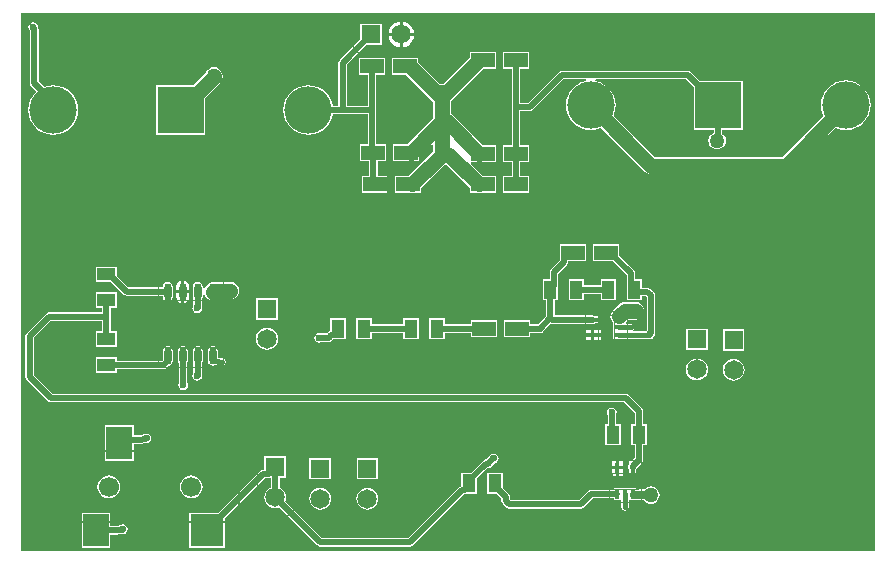
<source format=gtl>
G04*
G04 #@! TF.GenerationSoftware,Altium Limited,Altium Designer,19.1.8 (144)*
G04*
G04 Layer_Physical_Order=1*
G04 Layer_Color=255*
%FSLAX42Y42*%
%MOMM*%
G71*
G01*
G75*
%ADD12C,0.20*%
%ADD13C,0.13*%
%ADD15C,0.10*%
%ADD16C,0.05*%
%ADD34R,2.00X1.25*%
%ADD35R,1.10X1.60*%
%ADD36R,1.60X1.10*%
%ADD37O,0.60X1.45*%
%ADD38R,0.85X0.40*%
%ADD39R,3.96X3.96*%
%ADD40R,0.40X0.85*%
%ADD41R,2.80X2.80*%
%ADD42R,2.20X2.80*%
%ADD43C,0.50*%
%ADD44C,1.27*%
%ADD45C,0.40*%
%ADD46C,0.70*%
%ADD47C,1.65*%
%ADD48R,1.65X1.65*%
%ADD49R,1.65X1.65*%
%ADD50C,4.00*%
%ADD51C,1.70*%
%ADD52C,0.40*%
%ADD53C,1.27*%
%ADD54C,0.60*%
G36*
X7260Y30D02*
X30D01*
Y4580D01*
X7260D01*
Y30D01*
D02*
G37*
%LPC*%
G36*
X3260Y4507D02*
Y4413D01*
X3354D01*
X3352Y4428D01*
X3341Y4454D01*
X3324Y4477D01*
X3301Y4494D01*
X3275Y4505D01*
X3260Y4507D01*
D02*
G37*
G36*
X3234D02*
X3219Y4505D01*
X3193Y4494D01*
X3170Y4477D01*
X3153Y4454D01*
X3142Y4428D01*
X3140Y4413D01*
X3234D01*
Y4507D01*
D02*
G37*
G36*
X3354Y4387D02*
X3260D01*
Y4293D01*
X3275Y4295D01*
X3301Y4306D01*
X3324Y4323D01*
X3341Y4346D01*
X3352Y4372D01*
X3354Y4387D01*
D02*
G37*
G36*
X3234D02*
X3140D01*
X3142Y4372D01*
X3153Y4346D01*
X3170Y4323D01*
X3193Y4306D01*
X3219Y4295D01*
X3234Y4293D01*
Y4387D01*
D02*
G37*
G36*
X3903Y4254D02*
X3890Y4253D01*
X3830D01*
Y4212D01*
X3601Y3983D01*
X3590Y3984D01*
X3571Y3982D01*
X3571Y3981D01*
X3390Y4162D01*
Y4202D01*
X3330D01*
X3317Y4204D01*
X3305Y4202D01*
X3170D01*
Y4057D01*
X3285D01*
X3511Y3831D01*
X3516Y3828D01*
Y3694D01*
X3295Y3473D01*
X3180D01*
Y3328D01*
X3315D01*
X3327Y3326D01*
X3340Y3328D01*
X3400D01*
Y3368D01*
X3504Y3472D01*
X3516Y3467D01*
Y3414D01*
X3305Y3203D01*
X3190D01*
Y3058D01*
X3325D01*
X3337Y3056D01*
X3350Y3058D01*
X3410D01*
Y3098D01*
X3614Y3302D01*
X3626Y3302D01*
X3830Y3098D01*
Y3058D01*
X3890D01*
X3903Y3056D01*
X3915Y3058D01*
X4050D01*
Y3203D01*
X3935D01*
X3833Y3305D01*
X3838Y3317D01*
X3840Y3317D01*
X3890D01*
X3903Y3316D01*
X3915Y3317D01*
X4050D01*
Y3462D01*
X3935D01*
X3682Y3715D01*
X3667Y3727D01*
X3664Y3728D01*
Y3836D01*
X3935Y4108D01*
X4050D01*
Y4253D01*
X3915D01*
X3903Y4254D01*
D02*
G37*
G36*
X3086Y4492D02*
X2901D01*
Y4358D01*
X2725Y4182D01*
X2717Y4171D01*
X2714Y4157D01*
Y3796D01*
X2667D01*
X2667Y3801D01*
X2655Y3841D01*
X2635Y3877D01*
X2609Y3909D01*
X2577Y3935D01*
X2541Y3955D01*
X2501Y3967D01*
X2460Y3971D01*
X2419Y3967D01*
X2379Y3955D01*
X2343Y3935D01*
X2311Y3909D01*
X2285Y3877D01*
X2265Y3841D01*
X2253Y3801D01*
X2249Y3760D01*
X2253Y3719D01*
X2265Y3679D01*
X2285Y3643D01*
X2311Y3611D01*
X2343Y3585D01*
X2379Y3565D01*
X2419Y3553D01*
X2460Y3549D01*
X2501Y3553D01*
X2541Y3565D01*
X2577Y3585D01*
X2609Y3611D01*
X2635Y3643D01*
X2655Y3679D01*
X2667Y3719D01*
X2667Y3724D01*
X2965D01*
Y3473D01*
X2900D01*
Y3328D01*
X2975D01*
Y3203D01*
X2910D01*
Y3058D01*
X3130D01*
Y3203D01*
X3046D01*
Y3328D01*
X3120D01*
Y3473D01*
X3036D01*
Y3750D01*
Y4057D01*
X3110D01*
Y4202D01*
X2890D01*
Y4057D01*
X2965D01*
Y3796D01*
X2786D01*
Y4142D01*
X2951Y4307D01*
X3086D01*
Y4492D01*
D02*
G37*
G36*
X1660Y4124D02*
X1641Y4122D01*
X1623Y4114D01*
X1608Y4102D01*
X1596Y4087D01*
X1591Y4076D01*
X1483Y3968D01*
X1172D01*
Y3552D01*
X1588D01*
Y3863D01*
X1712Y3988D01*
X1724Y4003D01*
X1732Y4021D01*
X1734Y4040D01*
Y4050D01*
X1732Y4069D01*
X1724Y4087D01*
X1712Y4102D01*
X1697Y4114D01*
X1679Y4122D01*
X1660Y4124D01*
D02*
G37*
G36*
X130Y4501D02*
X114Y4498D01*
X101Y4489D01*
X92Y4476D01*
X89Y4460D01*
X92Y4444D01*
X101Y4431D01*
X104Y4429D01*
Y3989D01*
X107Y3975D01*
X115Y3964D01*
X154Y3924D01*
X154Y3912D01*
X151Y3909D01*
X125Y3877D01*
X105Y3841D01*
X93Y3801D01*
X89Y3760D01*
X93Y3719D01*
X105Y3679D01*
X125Y3643D01*
X151Y3611D01*
X183Y3585D01*
X219Y3565D01*
X259Y3553D01*
X300Y3549D01*
X341Y3553D01*
X381Y3565D01*
X417Y3585D01*
X449Y3611D01*
X475Y3643D01*
X495Y3679D01*
X507Y3719D01*
X511Y3760D01*
X507Y3801D01*
X495Y3841D01*
X475Y3877D01*
X449Y3909D01*
X417Y3935D01*
X381Y3955D01*
X341Y3967D01*
X300Y3971D01*
X259Y3967D01*
X223Y3956D01*
X176Y4004D01*
Y4450D01*
X176Y4450D01*
X176Y4450D01*
X174Y4457D01*
X173Y4464D01*
X173Y4464D01*
X173Y4464D01*
X169Y4470D01*
X168Y4476D01*
X159Y4489D01*
X146Y4498D01*
X130Y4501D01*
D02*
G37*
G36*
X4330Y4253D02*
X4110D01*
Y4108D01*
X4184D01*
Y3785D01*
Y3462D01*
X4110D01*
Y3317D01*
X4184D01*
Y3203D01*
X4110D01*
Y3058D01*
X4330D01*
Y3203D01*
X4255D01*
Y3317D01*
X4330D01*
Y3462D01*
X4255D01*
Y3749D01*
X4335D01*
X4349Y3752D01*
X4360Y3760D01*
X4620Y4019D01*
X4807D01*
X4809Y4007D01*
X4769Y3995D01*
X4733Y3975D01*
X4701Y3949D01*
X4675Y3917D01*
X4655Y3881D01*
X4643Y3841D01*
X4639Y3800D01*
X4643Y3759D01*
X4655Y3719D01*
X4675Y3683D01*
X4701Y3651D01*
X4733Y3625D01*
X4769Y3605D01*
X4809Y3593D01*
X4850Y3589D01*
X4891Y3593D01*
X4931Y3605D01*
X4937Y3608D01*
X5308Y3238D01*
X5323Y3226D01*
X5341Y3218D01*
X5360Y3216D01*
X6500D01*
X6519Y3218D01*
X6537Y3226D01*
X6552Y3238D01*
X6923Y3608D01*
X6929Y3605D01*
X6969Y3593D01*
X7010Y3589D01*
X7051Y3593D01*
X7091Y3605D01*
X7127Y3625D01*
X7159Y3651D01*
X7185Y3683D01*
X7205Y3719D01*
X7217Y3759D01*
X7221Y3800D01*
X7217Y3841D01*
X7205Y3881D01*
X7185Y3917D01*
X7159Y3949D01*
X7127Y3975D01*
X7091Y3995D01*
X7051Y4007D01*
X7010Y4011D01*
X6969Y4007D01*
X6929Y3995D01*
X6893Y3975D01*
X6861Y3949D01*
X6835Y3917D01*
X6815Y3881D01*
X6803Y3841D01*
X6799Y3800D01*
X6803Y3759D01*
X6815Y3719D01*
X6818Y3713D01*
X6469Y3364D01*
X5391D01*
X5042Y3713D01*
X5045Y3719D01*
X5057Y3759D01*
X5061Y3800D01*
X5057Y3841D01*
X5045Y3881D01*
X5025Y3917D01*
X4999Y3949D01*
X4967Y3975D01*
X4931Y3995D01*
X4891Y4007D01*
X4893Y4019D01*
X5660D01*
X5722Y3958D01*
Y3592D01*
X5894D01*
Y3569D01*
X5883Y3564D01*
X5868Y3552D01*
X5856Y3537D01*
X5848Y3519D01*
X5846Y3500D01*
X5848Y3481D01*
X5856Y3463D01*
X5868Y3448D01*
X5883Y3436D01*
X5901Y3428D01*
X5920Y3426D01*
X5939Y3428D01*
X5957Y3436D01*
X5972Y3448D01*
X5984Y3463D01*
X5992Y3481D01*
X5994Y3500D01*
X5992Y3519D01*
X5984Y3537D01*
X5972Y3552D01*
X5966Y3558D01*
Y3592D01*
X6138D01*
Y4008D01*
X5772D01*
X5700Y4080D01*
X5689Y4088D01*
X5675Y4091D01*
X4605D01*
X4591Y4088D01*
X4580Y4080D01*
X4320Y3821D01*
X4255D01*
Y4108D01*
X4330D01*
Y4253D01*
D02*
G37*
G36*
X5065Y2330D02*
X4935D01*
Y2276D01*
X4795D01*
Y2330D01*
X4665D01*
Y2150D01*
X4795D01*
Y2204D01*
X4935D01*
Y2150D01*
X5065D01*
Y2330D01*
D02*
G37*
G36*
X1409Y2319D02*
Y2235D01*
X1453D01*
Y2265D01*
X1449Y2287D01*
X1436Y2305D01*
X1418Y2317D01*
X1409Y2319D01*
D02*
G37*
G36*
X1384D02*
X1375Y2317D01*
X1357Y2305D01*
X1344Y2287D01*
X1340Y2265D01*
Y2235D01*
X1384D01*
Y2319D01*
D02*
G37*
G36*
X1651Y2306D02*
X1635Y2303D01*
X1624Y2296D01*
X1621Y2294D01*
X1621Y2294D01*
X1621Y2294D01*
X1613Y2288D01*
X1606Y2282D01*
X1606Y2282D01*
X1606Y2282D01*
X1598Y2275D01*
X1586Y2260D01*
X1579Y2242D01*
X1577Y2230D01*
X1577Y2227D01*
X1564Y2228D01*
Y2265D01*
X1561Y2281D01*
X1552Y2294D01*
X1539Y2303D01*
X1524Y2306D01*
X1508Y2303D01*
X1495Y2294D01*
X1486Y2281D01*
X1483Y2265D01*
Y2180D01*
X1486Y2164D01*
X1486Y2164D01*
Y2101D01*
X1482Y2096D01*
X1479Y2080D01*
X1482Y2064D01*
X1491Y2051D01*
X1504Y2042D01*
X1520Y2039D01*
X1536Y2042D01*
X1549Y2051D01*
X1558Y2064D01*
X1561Y2080D01*
X1558Y2096D01*
X1557Y2096D01*
Y2159D01*
X1561Y2164D01*
X1564Y2180D01*
Y2217D01*
X1577Y2218D01*
X1577Y2215D01*
X1579Y2203D01*
X1586Y2185D01*
X1598Y2170D01*
X1613Y2158D01*
X1618Y2156D01*
X1622Y2151D01*
X1635Y2142D01*
X1651Y2139D01*
X1666Y2142D01*
X1679Y2151D01*
X1682Y2156D01*
X1800D01*
X1819Y2158D01*
X1837Y2166D01*
X1852Y2178D01*
X1864Y2193D01*
X1872Y2211D01*
X1874Y2230D01*
X1872Y2249D01*
X1864Y2267D01*
X1852Y2282D01*
X1837Y2294D01*
X1819Y2302D01*
X1800Y2304D01*
X1659D01*
X1651Y2306D01*
D02*
G37*
G36*
X840Y2435D02*
X660D01*
Y2305D01*
X790D01*
X897Y2197D01*
X909Y2190D01*
X922Y2187D01*
X1229D01*
Y2180D01*
X1232Y2164D01*
X1241Y2151D01*
X1254Y2142D01*
X1270Y2139D01*
X1285Y2142D01*
X1298Y2151D01*
X1307Y2164D01*
X1310Y2180D01*
Y2265D01*
X1307Y2281D01*
X1298Y2294D01*
X1285Y2303D01*
X1270Y2306D01*
X1254Y2303D01*
X1241Y2294D01*
X1232Y2281D01*
X1229Y2265D01*
Y2258D01*
X937D01*
X840Y2355D01*
Y2435D01*
D02*
G37*
G36*
X1453Y2210D02*
X1409D01*
Y2126D01*
X1418Y2128D01*
X1436Y2140D01*
X1449Y2158D01*
X1453Y2180D01*
Y2210D01*
D02*
G37*
G36*
X1384D02*
X1340D01*
Y2180D01*
X1344Y2158D01*
X1357Y2140D01*
X1375Y2128D01*
X1384Y2126D01*
Y2210D01*
D02*
G37*
G36*
X2202Y2169D02*
X2017D01*
Y1984D01*
X2202D01*
Y2169D01*
D02*
G37*
G36*
X3395Y2000D02*
X3265D01*
Y1946D01*
X2995D01*
Y2000D01*
X2865D01*
Y1820D01*
X2995D01*
Y1874D01*
X3265D01*
Y1820D01*
X3395D01*
Y2000D01*
D02*
G37*
G36*
X4810Y2623D02*
X4590D01*
Y2516D01*
X4590Y2513D01*
Y2490D01*
X4515Y2415D01*
X4507Y2403D01*
X4504Y2390D01*
Y2330D01*
X4445D01*
Y2150D01*
X4474D01*
Y2015D01*
X4408Y1948D01*
X4404Y1948D01*
X4401Y1946D01*
X4340D01*
Y1982D01*
X4120D01*
Y1837D01*
X4340D01*
Y1874D01*
X4401D01*
X4404Y1872D01*
X4420Y1869D01*
X4436Y1872D01*
X4449Y1881D01*
X4458Y1894D01*
X4458Y1898D01*
X4512Y1952D01*
X4525Y1949D01*
X4867D01*
X4881Y1952D01*
X4886Y1955D01*
X4920D01*
Y2015D01*
X4886D01*
X4881Y2018D01*
X4867Y2021D01*
X4546D01*
Y2150D01*
X4575D01*
Y2267D01*
X4576Y2270D01*
Y2375D01*
X4651Y2450D01*
X4658Y2461D01*
X4661Y2475D01*
Y2478D01*
X4810D01*
Y2623D01*
D02*
G37*
G36*
X5090D02*
X4870D01*
Y2478D01*
X5039D01*
X5154Y2362D01*
Y2270D01*
X5155Y2267D01*
Y2150D01*
X5285D01*
Y2184D01*
X5316D01*
X5324Y2176D01*
Y1891D01*
X5321Y1889D01*
X5319Y1886D01*
X5215D01*
X5212Y1898D01*
X5212Y1898D01*
X5218Y1908D01*
X5221Y1920D01*
X5218Y1932D01*
X5212Y1942D01*
X5202Y1948D01*
X5190Y1951D01*
X5156D01*
X5151Y1952D01*
X5149Y1965D01*
X5170Y1986D01*
X5230D01*
X5249Y1988D01*
X5267Y1996D01*
X5282Y2008D01*
X5294Y2023D01*
X5302Y2041D01*
X5304Y2060D01*
X5302Y2079D01*
X5294Y2097D01*
X5282Y2112D01*
X5267Y2124D01*
X5249Y2132D01*
X5230Y2134D01*
X5139D01*
X5120Y2132D01*
X5102Y2124D01*
X5087Y2112D01*
X5040Y2066D01*
X5028Y2051D01*
X5021Y2033D01*
X5018Y2014D01*
X5021Y1994D01*
X5028Y1976D01*
X5039Y1962D01*
X5040Y1950D01*
X5040Y1950D01*
X5040Y1950D01*
Y1898D01*
X5040Y1890D01*
X5040Y1877D01*
Y1825D01*
X5090D01*
X5092Y1824D01*
X5328D01*
X5331Y1822D01*
X5345Y1819D01*
X5347Y1820D01*
X5350Y1819D01*
X5366Y1822D01*
X5379Y1831D01*
X5388Y1844D01*
X5389Y1850D01*
X5393Y1856D01*
X5393Y1856D01*
X5393Y1856D01*
X5394Y1863D01*
X5396Y1870D01*
X5396Y1870D01*
X5396Y1870D01*
Y2191D01*
X5393Y2204D01*
X5385Y2216D01*
X5356Y2245D01*
X5344Y2253D01*
X5331Y2256D01*
X5285D01*
Y2330D01*
X5226D01*
Y2377D01*
X5223Y2391D01*
X5215Y2402D01*
X5090Y2528D01*
Y2623D01*
D02*
G37*
G36*
X4935Y1900D02*
X4880D01*
Y1868D01*
X4935D01*
Y1900D01*
D02*
G37*
G36*
X4855D02*
X4800D01*
Y1868D01*
X4855D01*
Y1900D01*
D02*
G37*
G36*
X2775Y2000D02*
X2645D01*
Y1889D01*
X2641Y1888D01*
X2630Y1880D01*
X2617Y1868D01*
X2566D01*
X2566Y1868D01*
X2550Y1871D01*
X2534Y1868D01*
X2521Y1859D01*
X2512Y1846D01*
X2509Y1830D01*
X2512Y1814D01*
X2521Y1801D01*
X2534Y1792D01*
X2550Y1789D01*
X2566Y1792D01*
X2571Y1796D01*
X2632D01*
X2646Y1799D01*
X2657Y1807D01*
X2670Y1819D01*
X2680D01*
X2683Y1820D01*
X2775D01*
Y2000D01*
D02*
G37*
G36*
X3615D02*
X3485D01*
Y1820D01*
X3615D01*
Y1874D01*
X3840D01*
Y1837D01*
X4060D01*
Y1982D01*
X3840D01*
Y1946D01*
X3615D01*
Y2000D01*
D02*
G37*
G36*
X4935Y1842D02*
X4880D01*
Y1810D01*
X4935D01*
Y1842D01*
D02*
G37*
G36*
X4855D02*
X4800D01*
Y1810D01*
X4855D01*
Y1842D01*
D02*
G37*
G36*
X840Y2215D02*
X660D01*
Y2085D01*
X714D01*
Y2046D01*
X260D01*
X246Y2043D01*
X235Y2035D01*
X75Y1875D01*
X67Y1864D01*
X64Y1850D01*
Y1500D01*
X67Y1486D01*
X75Y1475D01*
X255Y1295D01*
X266Y1287D01*
X280Y1284D01*
X5135D01*
X5224Y1195D01*
Y1100D01*
X5195D01*
Y920D01*
X5224D01*
Y815D01*
X5195Y785D01*
X5175D01*
Y763D01*
X5172Y759D01*
X5169Y745D01*
Y732D01*
X5172Y719D01*
X5175Y714D01*
Y680D01*
X5235D01*
Y714D01*
X5238Y719D01*
X5240Y730D01*
X5285Y775D01*
X5293Y786D01*
X5296Y800D01*
Y920D01*
X5325D01*
Y1100D01*
X5296D01*
Y1210D01*
X5293Y1224D01*
X5285Y1235D01*
X5175Y1345D01*
X5164Y1353D01*
X5150Y1356D01*
X295D01*
X136Y1515D01*
Y1835D01*
X275Y1974D01*
X714D01*
Y1885D01*
X660D01*
Y1755D01*
X840D01*
Y1885D01*
X786D01*
Y2010D01*
Y2085D01*
X840D01*
Y2215D01*
D02*
G37*
G36*
X2110Y1916D02*
X2086Y1913D01*
X2063Y1904D01*
X2044Y1889D01*
X2029Y1870D01*
X2020Y1847D01*
X2017Y1823D01*
X2020Y1799D01*
X2029Y1776D01*
X2044Y1757D01*
X2063Y1742D01*
X2086Y1733D01*
X2110Y1730D01*
X2134Y1733D01*
X2157Y1742D01*
X2176Y1757D01*
X2191Y1776D01*
X2200Y1799D01*
X2203Y1823D01*
X2200Y1847D01*
X2191Y1870D01*
X2176Y1889D01*
X2157Y1904D01*
X2134Y1913D01*
X2110Y1916D01*
D02*
G37*
G36*
X5842Y1909D02*
X5657D01*
Y1724D01*
X5842D01*
Y1909D01*
D02*
G37*
G36*
X6152Y1907D02*
X5967D01*
Y1722D01*
X6152D01*
Y1907D01*
D02*
G37*
G36*
X1270Y1761D02*
X1254Y1758D01*
X1241Y1749D01*
X1232Y1736D01*
X1229Y1720D01*
Y1647D01*
X1217Y1636D01*
X840D01*
Y1665D01*
X660D01*
Y1535D01*
X840D01*
Y1564D01*
X1232D01*
X1245Y1567D01*
X1257Y1575D01*
X1278Y1596D01*
X1285Y1597D01*
X1298Y1606D01*
X1307Y1619D01*
X1310Y1635D01*
Y1720D01*
X1307Y1736D01*
X1298Y1749D01*
X1285Y1758D01*
X1270Y1761D01*
D02*
G37*
G36*
X1651D02*
X1635Y1758D01*
X1622Y1749D01*
X1613Y1736D01*
X1610Y1720D01*
Y1635D01*
X1613Y1619D01*
X1622Y1606D01*
X1635Y1597D01*
X1651Y1594D01*
X1666Y1597D01*
X1671Y1601D01*
X1692D01*
X1698Y1599D01*
X1698Y1599D01*
X1698Y1599D01*
X1730D01*
X1742Y1602D01*
X1752Y1608D01*
X1758Y1618D01*
X1761Y1630D01*
X1758Y1642D01*
X1752Y1652D01*
X1742Y1658D01*
X1730Y1661D01*
X1703D01*
X1697Y1662D01*
X1691Y1672D01*
Y1720D01*
X1688Y1736D01*
X1679Y1749D01*
X1666Y1758D01*
X1651Y1761D01*
D02*
G37*
G36*
X5750Y1656D02*
X5726Y1653D01*
X5703Y1644D01*
X5684Y1629D01*
X5669Y1610D01*
X5660Y1587D01*
X5657Y1563D01*
X5660Y1539D01*
X5669Y1516D01*
X5684Y1497D01*
X5703Y1482D01*
X5726Y1473D01*
X5750Y1470D01*
X5774Y1473D01*
X5797Y1482D01*
X5816Y1497D01*
X5831Y1516D01*
X5840Y1539D01*
X5843Y1563D01*
X5840Y1587D01*
X5831Y1610D01*
X5816Y1629D01*
X5797Y1644D01*
X5774Y1653D01*
X5750Y1656D01*
D02*
G37*
G36*
X1524Y1761D02*
X1508Y1758D01*
X1495Y1749D01*
X1486Y1736D01*
X1483Y1720D01*
Y1635D01*
X1486Y1619D01*
X1486Y1619D01*
Y1531D01*
X1482Y1526D01*
X1479Y1510D01*
X1482Y1494D01*
X1491Y1481D01*
X1504Y1472D01*
X1520Y1469D01*
X1536Y1472D01*
X1549Y1481D01*
X1558Y1494D01*
X1561Y1510D01*
X1558Y1526D01*
X1557Y1526D01*
Y1614D01*
X1561Y1619D01*
X1564Y1635D01*
Y1720D01*
X1561Y1736D01*
X1552Y1749D01*
X1539Y1758D01*
X1524Y1761D01*
D02*
G37*
G36*
X6060Y1653D02*
X6036Y1650D01*
X6013Y1641D01*
X5994Y1626D01*
X5979Y1607D01*
X5970Y1584D01*
X5967Y1560D01*
X5970Y1536D01*
X5979Y1513D01*
X5994Y1494D01*
X6013Y1479D01*
X6036Y1470D01*
X6060Y1467D01*
X6084Y1470D01*
X6107Y1479D01*
X6126Y1494D01*
X6141Y1513D01*
X6150Y1536D01*
X6153Y1560D01*
X6150Y1584D01*
X6141Y1607D01*
X6126Y1626D01*
X6107Y1641D01*
X6084Y1650D01*
X6060Y1653D01*
D02*
G37*
G36*
X1397Y1761D02*
X1381Y1758D01*
X1368Y1749D01*
X1359Y1736D01*
X1356Y1720D01*
Y1635D01*
X1359Y1619D01*
X1363Y1614D01*
Y1446D01*
X1362Y1446D01*
X1359Y1430D01*
X1362Y1414D01*
X1371Y1401D01*
X1384Y1392D01*
X1400Y1389D01*
X1416Y1392D01*
X1429Y1401D01*
X1438Y1414D01*
X1441Y1430D01*
X1438Y1446D01*
X1434Y1451D01*
Y1619D01*
X1434Y1619D01*
X1437Y1635D01*
Y1720D01*
X1434Y1736D01*
X1425Y1749D01*
X1412Y1758D01*
X1397Y1761D01*
D02*
G37*
G36*
X980Y1090D02*
X740D01*
Y790D01*
X980D01*
Y934D01*
X1050D01*
X1050Y934D01*
X1050Y934D01*
X1057Y936D01*
X1064Y937D01*
X1064Y937D01*
X1064Y937D01*
X1069Y941D01*
X1072Y942D01*
X1074D01*
X1074Y942D01*
X1090Y939D01*
X1106Y942D01*
X1119Y951D01*
X1128Y964D01*
X1131Y980D01*
X1128Y996D01*
X1119Y1009D01*
X1106Y1018D01*
X1090Y1021D01*
X1074Y1018D01*
X1069Y1014D01*
X1058D01*
X1058Y1014D01*
X1058Y1014D01*
X1051Y1012D01*
X1044Y1011D01*
X1044Y1011D01*
X1044Y1011D01*
X1039Y1007D01*
X1036Y1006D01*
X980D01*
Y1090D01*
D02*
G37*
G36*
X5030Y1241D02*
X5014Y1238D01*
X5001Y1229D01*
X4992Y1216D01*
X4989Y1200D01*
X4992Y1184D01*
X4996Y1179D01*
Y1100D01*
X4975D01*
Y920D01*
X5105D01*
Y1100D01*
X5068D01*
Y1184D01*
X5068Y1184D01*
X5071Y1200D01*
X5068Y1216D01*
X5059Y1229D01*
X5046Y1238D01*
X5030Y1241D01*
D02*
G37*
G36*
X5120Y800D02*
X5088D01*
Y745D01*
X5120D01*
Y800D01*
D02*
G37*
G36*
X5062D02*
X5030D01*
Y745D01*
X5062D01*
Y800D01*
D02*
G37*
G36*
X5120Y720D02*
X5088D01*
Y665D01*
X5120D01*
Y720D01*
D02*
G37*
G36*
X5062D02*
X5030D01*
Y665D01*
X5062D01*
Y720D01*
D02*
G37*
G36*
X3053Y816D02*
X2868D01*
Y632D01*
X3053D01*
Y816D01*
D02*
G37*
G36*
X2653D02*
X2468D01*
Y632D01*
X2653D01*
Y816D01*
D02*
G37*
G36*
X1470Y666D02*
X1445Y663D01*
X1422Y653D01*
X1402Y638D01*
X1387Y618D01*
X1377Y595D01*
X1374Y570D01*
X1377Y545D01*
X1387Y522D01*
X1402Y502D01*
X1422Y487D01*
X1445Y477D01*
X1470Y474D01*
X1495Y477D01*
X1518Y487D01*
X1538Y502D01*
X1553Y522D01*
X1563Y545D01*
X1566Y570D01*
X1563Y595D01*
X1553Y618D01*
X1538Y638D01*
X1518Y653D01*
X1495Y663D01*
X1470Y666D01*
D02*
G37*
G36*
X770D02*
X745Y663D01*
X722Y653D01*
X702Y638D01*
X687Y618D01*
X677Y595D01*
X674Y570D01*
X677Y545D01*
X687Y522D01*
X702Y502D01*
X722Y487D01*
X745Y477D01*
X770Y474D01*
X795Y477D01*
X818Y487D01*
X838Y502D01*
X853Y522D01*
X863Y545D01*
X866Y570D01*
X863Y595D01*
X853Y618D01*
X838Y638D01*
X818Y653D01*
X795Y663D01*
X770Y666D01*
D02*
G37*
G36*
X4105Y690D02*
X3975D01*
Y510D01*
X4055D01*
X4094Y471D01*
Y452D01*
X4097Y438D01*
X4104Y427D01*
X4137Y394D01*
X4148Y387D01*
X4162Y384D01*
X4766D01*
X4780Y387D01*
X4780Y387D01*
X4791Y394D01*
X4869Y472D01*
X5045D01*
Y455D01*
X5105D01*
X5109Y444D01*
Y400D01*
X5112Y388D01*
X5118Y378D01*
X5128Y372D01*
X5140Y369D01*
X5152Y372D01*
X5162Y378D01*
X5168Y388D01*
X5171Y400D01*
Y444D01*
X5175Y455D01*
X5183Y455D01*
X5235D01*
Y458D01*
X5300D01*
X5308Y448D01*
X5323Y436D01*
X5341Y428D01*
X5360Y426D01*
X5379Y428D01*
X5397Y436D01*
X5412Y448D01*
X5424Y463D01*
X5432Y481D01*
X5434Y500D01*
X5432Y519D01*
X5424Y537D01*
X5412Y552D01*
X5397Y564D01*
X5379Y572D01*
X5360Y574D01*
X5341Y572D01*
X5323Y564D01*
X5308Y552D01*
X5305Y550D01*
X5235D01*
Y560D01*
X5183D01*
X5175Y560D01*
X5162Y560D01*
X5110D01*
X5110Y560D01*
X5105D01*
Y560D01*
X5097Y560D01*
X5045D01*
Y543D01*
X4854D01*
X4840Y540D01*
X4840Y540D01*
X4829Y533D01*
X4751Y455D01*
X4177D01*
X4165Y467D01*
Y485D01*
X4163Y499D01*
X4155Y511D01*
X4105Y560D01*
Y690D01*
D02*
G37*
G36*
X2960Y563D02*
X2936Y560D01*
X2913Y551D01*
X2894Y536D01*
X2879Y517D01*
X2870Y494D01*
X2867Y470D01*
X2870Y446D01*
X2879Y423D01*
X2894Y404D01*
X2913Y389D01*
X2936Y380D01*
X2960Y377D01*
X2984Y380D01*
X3007Y389D01*
X3026Y404D01*
X3041Y423D01*
X3050Y446D01*
X3053Y470D01*
X3050Y494D01*
X3041Y517D01*
X3026Y536D01*
X3007Y551D01*
X2984Y560D01*
X2960Y563D01*
D02*
G37*
G36*
X2560D02*
X2536Y560D01*
X2513Y551D01*
X2494Y536D01*
X2479Y517D01*
X2470Y494D01*
X2467Y470D01*
X2470Y446D01*
X2479Y423D01*
X2494Y404D01*
X2513Y389D01*
X2536Y380D01*
X2560Y377D01*
X2584Y380D01*
X2607Y389D01*
X2626Y404D01*
X2641Y423D01*
X2650Y446D01*
X2653Y470D01*
X2650Y494D01*
X2641Y517D01*
X2626Y536D01*
X2607Y551D01*
X2584Y560D01*
X2560Y563D01*
D02*
G37*
G36*
X780Y350D02*
X540D01*
Y50D01*
X780D01*
Y164D01*
X845D01*
X852Y166D01*
X859Y167D01*
X859Y167D01*
X859Y167D01*
X864Y171D01*
X867Y172D01*
X874D01*
X874Y172D01*
X890Y169D01*
X906Y172D01*
X919Y181D01*
X928Y194D01*
X931Y210D01*
X928Y226D01*
X919Y239D01*
X906Y248D01*
X890Y251D01*
X874Y248D01*
X869Y244D01*
X853D01*
X846Y242D01*
X839Y241D01*
X839Y241D01*
X839Y241D01*
X834Y237D01*
X831Y236D01*
X780D01*
Y350D01*
D02*
G37*
G36*
X4030Y851D02*
X4014Y848D01*
X4001Y839D01*
X3992Y826D01*
X3992Y825D01*
X3968Y801D01*
X3960D01*
X3946Y798D01*
X3935Y790D01*
X3835Y690D01*
X3755D01*
Y579D01*
X3751Y578D01*
X3740Y570D01*
X3305Y136D01*
X2575D01*
X2266Y445D01*
X2270Y456D01*
X2273Y480D01*
X2270Y504D01*
X2261Y527D01*
X2246Y546D01*
X2227Y561D01*
X2216Y565D01*
Y642D01*
X2273D01*
Y827D01*
X2088D01*
Y712D01*
X2077D01*
X2063Y709D01*
X2051Y702D01*
X1700Y350D01*
X1450D01*
Y50D01*
X1750D01*
Y300D01*
X2091Y641D01*
X2123D01*
X2126Y642D01*
X2144D01*
Y565D01*
X2133Y561D01*
X2114Y546D01*
X2099Y527D01*
X2090Y504D01*
X2087Y480D01*
X2090Y456D01*
X2099Y433D01*
X2114Y414D01*
X2133Y399D01*
X2156Y390D01*
X2180Y387D01*
X2204Y390D01*
X2215Y394D01*
X2535Y75D01*
X2546Y67D01*
X2560Y64D01*
X3320D01*
X3334Y67D01*
X3345Y75D01*
X3780Y509D01*
X3790D01*
X3793Y510D01*
X3885D01*
Y640D01*
X3975Y729D01*
X3982D01*
X3996Y732D01*
X4008Y740D01*
X4039Y771D01*
X4046Y772D01*
X4059Y781D01*
X4068Y794D01*
X4071Y810D01*
X4068Y826D01*
X4059Y839D01*
X4046Y848D01*
X4030Y851D01*
D02*
G37*
%LPD*%
D12*
X350Y240D02*
G03*
X350Y240I-10J0D01*
G01*
D02*
G03*
X350Y240I-10J0D01*
G01*
X2790Y4400D02*
G03*
X2790Y4400I-10J0D01*
G01*
D02*
G03*
X2790Y4400I-10J0D01*
G01*
X2120Y2290D02*
G03*
X2120Y2290I-10J0D01*
G01*
D02*
G03*
X2120Y2290I-10J0D01*
G01*
X6070Y2027D02*
G03*
X6070Y2027I-10J0D01*
G01*
D02*
G03*
X6070Y2027I-10J0D01*
G01*
X2970Y937D02*
G03*
X2970Y937I-10J0D01*
G01*
D02*
G03*
X2970Y937I-10J0D01*
G01*
X2570D02*
G03*
X2570Y937I-10J0D01*
G01*
D02*
G03*
X2570Y937I-10J0D01*
G01*
X2190Y947D02*
G03*
X2190Y947I-10J0D01*
G01*
D02*
G03*
X2190Y947I-10J0D01*
G01*
X5760Y2030D02*
G03*
X5760Y2030I-10J0D01*
G01*
D02*
G03*
X5760Y2030I-10J0D01*
G01*
D13*
X170Y320D02*
X420D01*
X170D02*
Y820D01*
X420D01*
Y270D02*
X1870D01*
Y870D01*
X420D02*
X1870D01*
X420Y270D02*
Y870D01*
X170Y320D02*
X420D01*
X170D02*
Y820D01*
X420D01*
Y270D02*
X1870D01*
Y870D01*
X420D02*
X1870D01*
X420Y270D02*
Y870D01*
D15*
X1350Y1840D02*
G03*
X1350Y1840I-50J0D01*
G01*
X1710Y1750D02*
Y2150D01*
X1210Y1750D02*
Y2150D01*
X1710D01*
X1210Y1750D02*
X1710D01*
X4910Y2028D02*
X5050D01*
X4910Y1813D02*
X5050D01*
X4910D02*
Y2028D01*
X5050Y1813D02*
Y2028D01*
X5032Y550D02*
X5247D01*
X5032Y690D02*
X5247D01*
X5032Y550D02*
Y690D01*
X5247Y550D02*
Y690D01*
X1410Y1950D02*
X1510D01*
X1460Y1900D02*
Y2000D01*
X4980Y1870D02*
Y1970D01*
X4930Y1920D02*
X5030D01*
X5140Y570D02*
Y670D01*
X5090Y620D02*
X5190D01*
D16*
X2841Y4248D02*
Y4552D01*
Y4248D02*
X3399D01*
Y4552D01*
X2841D02*
X3399D01*
X1735Y1580D02*
Y2320D01*
X1185Y1580D02*
Y2320D01*
X1735D01*
X1185Y1580D02*
X1735D01*
X1958Y2229D02*
X2262D01*
X1958Y1671D02*
Y2229D01*
Y1671D02*
X2262D01*
Y2229D01*
X4800Y2055D02*
X5160D01*
X4800Y1785D02*
X5160D01*
X4800D02*
Y2055D01*
X5160Y1785D02*
Y2055D01*
X5908Y1966D02*
X6212D01*
X5908Y1408D02*
Y1966D01*
Y1408D02*
X6212D01*
Y1966D01*
X3112Y318D02*
Y876D01*
X2808Y318D02*
X3112D01*
X2808D02*
Y876D01*
X3112D01*
X2712Y318D02*
Y876D01*
X2408Y318D02*
X2712D01*
X2408D02*
Y876D01*
X2712D01*
X2332Y328D02*
Y886D01*
X2028Y328D02*
X2332D01*
X2028D02*
Y886D01*
X2332D01*
X5598Y1969D02*
X5902D01*
X5598Y1411D02*
Y1969D01*
Y1411D02*
X5902D01*
Y1969D01*
X5005Y440D02*
X5275D01*
X5005Y800D02*
X5275D01*
X5005Y440D02*
Y800D01*
X5275Y440D02*
Y800D01*
D34*
X3940Y4180D02*
D03*
X4220D02*
D03*
X3940Y3390D02*
D03*
X4220D02*
D03*
X3940Y3130D02*
D03*
X4220D02*
D03*
X3000Y4130D02*
D03*
X3280D02*
D03*
X3010Y3400D02*
D03*
X3290D02*
D03*
X3020Y3130D02*
D03*
X3300D02*
D03*
X3950Y1910D02*
D03*
X4230D02*
D03*
X4700Y2550D02*
D03*
X4980D02*
D03*
D35*
X3550Y1910D02*
D03*
X3330D02*
D03*
X2930D02*
D03*
X2710D02*
D03*
X4040Y600D02*
D03*
X3820D02*
D03*
X4730Y2240D02*
D03*
X4510D02*
D03*
X5220D02*
D03*
X5000D02*
D03*
X5260Y1010D02*
D03*
X5040D02*
D03*
D36*
X750Y1600D02*
D03*
Y1820D02*
D03*
Y2370D02*
D03*
Y2150D02*
D03*
D37*
X1651Y2222D02*
D03*
X1524D02*
D03*
X1397D02*
D03*
X1270D02*
D03*
X1651Y1678D02*
D03*
X1524D02*
D03*
X1397D02*
D03*
X1270D02*
D03*
D38*
X4867Y1855D02*
D03*
Y1985D02*
D03*
X5092D02*
D03*
Y1920D02*
D03*
Y1855D02*
D03*
D39*
X5930Y3800D02*
D03*
X1380Y3760D02*
D03*
D40*
X5075Y507D02*
D03*
X5140D02*
D03*
X5205D02*
D03*
Y732D02*
D03*
X5075D02*
D03*
D41*
X1600Y200D02*
D03*
D42*
X660D02*
D03*
X860Y940D02*
D03*
D43*
X2180Y480D02*
Y734D01*
X2123Y677D02*
X2180Y734D01*
X2077Y677D02*
X2123D01*
X1600Y200D02*
X2077Y677D01*
X4510Y2000D02*
X4525Y1985D01*
X4867D01*
X5920Y3500D02*
X5930Y3510D01*
Y3800D01*
X3590Y3663D02*
X3630D01*
X1520Y2080D02*
X1522Y2082D01*
Y2221D01*
X1524Y2222D01*
X750Y1820D02*
Y1820D01*
Y2010D02*
Y2150D01*
Y1820D02*
Y2010D01*
X5150Y1320D02*
X5260Y1210D01*
Y1010D02*
Y1210D01*
X280Y1320D02*
X5150D01*
X100Y1500D02*
X280Y1320D01*
X100Y1500D02*
Y1850D01*
X260Y2010D01*
X750D01*
X5675Y4055D02*
X5930Y3800D01*
X4335Y3785D02*
X4605Y4055D01*
X5350Y1860D02*
X5360Y1870D01*
X5345Y1855D02*
X5350Y1860D01*
X4605Y4055D02*
X5675D01*
X4130Y452D02*
X4162Y420D01*
X4130Y452D02*
Y485D01*
X4040Y575D02*
X4130Y485D01*
X3320Y100D02*
X3765Y545D01*
X2560Y100D02*
X3320D01*
X2180Y480D02*
X2560Y100D01*
X4162Y420D02*
X4766D01*
X4854Y507D01*
X4420Y1910D02*
X4510Y2000D01*
X4410Y1910D02*
X4420D01*
X2460Y3760D02*
X2750D01*
Y4157D01*
X2993Y4400D01*
X2750Y3760D02*
X2990D01*
X4220Y3390D02*
Y3785D01*
X3000Y3410D02*
Y3750D01*
X5360Y1870D02*
Y2191D01*
X4220Y3785D02*
Y4180D01*
Y3785D02*
X4335D01*
X3000Y3750D02*
Y4130D01*
X2990Y3760D02*
X3000Y3750D01*
Y3410D02*
X3010Y3400D01*
X4220Y3130D02*
Y3390D01*
X3010Y3140D02*
X3020Y3130D01*
X3010Y3140D02*
Y3400D01*
X3590Y3383D02*
X3650D01*
X3903Y3130D02*
X3940D01*
X3300D02*
X3337D01*
X3903Y3390D02*
X3940D01*
X3290Y3400D02*
X3327D01*
X3903Y4180D02*
X3940D01*
X3280Y4130D02*
X3317D01*
X1270Y1638D02*
Y1678D01*
X1232Y1600D02*
X1270Y1638D01*
X750Y1600D02*
X1232D01*
X922Y2222D02*
X1270D01*
X775Y2370D02*
X922Y2222D01*
X750Y2370D02*
X775D01*
X4510Y2240D02*
X4540Y2270D01*
Y2390D01*
X4625Y2475D01*
Y2513D01*
X4663Y2550D01*
X4700D01*
X5220Y2240D02*
X5240Y2220D01*
X5190Y2270D02*
X5220Y2240D01*
X5190Y2270D02*
Y2377D01*
X5017Y2550D02*
X5190Y2377D01*
X4980Y2550D02*
X5017D01*
X5331Y2220D02*
X5360Y2191D01*
X5240Y2220D02*
X5331D01*
X4730Y2240D02*
X5000D01*
X4510Y2000D02*
Y2240D01*
X4410Y1910D02*
X4410Y1910D01*
X4230Y1910D02*
X4410D01*
X3550D02*
X3950D01*
X3550Y1910D02*
X3550Y1910D01*
X2930Y1910D02*
X3330D01*
X2550Y1830D02*
X2552Y1832D01*
X2632D01*
X2655Y1855D01*
X2680D01*
X2710Y1885D01*
Y1910D01*
X1398Y1432D02*
X1400Y1430D01*
X1398Y1432D02*
Y1676D01*
X1397Y1678D02*
X1398Y1676D01*
X5205Y732D02*
Y745D01*
X5260Y800D01*
Y1010D01*
X5030Y1200D02*
X5032Y1198D01*
Y1018D02*
Y1198D01*
Y1018D02*
X5040Y1010D01*
X3960Y765D02*
X3982D01*
X4027Y810D01*
X4030D01*
X3820Y625D02*
X3960Y765D01*
X3820Y600D02*
Y625D01*
X3765Y545D02*
X3790D01*
X3820Y575D01*
Y600D01*
X1050Y970D02*
X1058Y978D01*
X1088D01*
X1090Y980D01*
X890Y970D02*
X1050D01*
X1520Y1510D02*
X1522Y1512D01*
Y1676D01*
X1524Y1678D01*
X845Y200D02*
X853Y208D01*
X888D01*
X890Y210D01*
X660Y200D02*
X845D01*
X860Y940D02*
X890Y970D01*
X130Y4460D02*
X140Y4450D01*
Y3989D02*
Y4450D01*
Y3989D02*
X300Y3829D01*
Y3760D02*
Y3829D01*
X4040Y575D02*
Y600D01*
X4854Y507D02*
X5075D01*
D44*
X5092Y2014D02*
X5139Y2060D01*
X5230D01*
X3611Y3889D02*
X3903Y4180D01*
X3590Y3867D02*
X3611Y3889D01*
X3317Y4130D02*
X3564Y3884D01*
X3327Y3400D02*
X3584Y3656D01*
X6500Y3290D02*
X7010Y3800D01*
X5360Y3290D02*
X6500D01*
X4850Y3800D02*
X5360Y3290D01*
X1658Y2230D02*
X1800D01*
X1651Y2222D02*
X1658Y2230D01*
X3590Y3383D02*
Y3650D01*
Y3867D02*
Y3910D01*
Y3663D02*
Y3867D01*
Y3650D02*
Y3663D01*
X1380Y3760D02*
X1660Y4040D01*
Y4050D01*
X3650Y3383D02*
X3903Y3130D01*
X3337D02*
X3590Y3383D01*
X3630Y3663D02*
X3903Y3390D01*
D45*
X5092Y1920D02*
X5190D01*
X1698Y1630D02*
X1730D01*
X5140Y400D02*
Y400D01*
Y507D01*
X1697Y1631D02*
X1698Y1630D01*
X1660Y1631D02*
X1697D01*
X1651Y1640D02*
X1660Y1631D01*
X1651Y1640D02*
Y1678D01*
X5092Y1855D02*
X5345D01*
D46*
X5356Y504D02*
X5360Y500D01*
X5220Y504D02*
X5356D01*
D47*
X3247Y4400D02*
D03*
X2110Y1823D02*
D03*
X6060Y1560D02*
D03*
X2960Y470D02*
D03*
X2560D02*
D03*
X2180Y480D02*
D03*
X5750Y1563D02*
D03*
D48*
X2993Y4400D02*
D03*
D49*
X2110Y2077D02*
D03*
X6060Y1814D02*
D03*
X2960Y724D02*
D03*
X2560D02*
D03*
X2180Y734D02*
D03*
X5750Y1817D02*
D03*
D50*
X7010Y3800D02*
D03*
X4850D02*
D03*
X300Y3760D02*
D03*
X2460D02*
D03*
D51*
X1470Y570D02*
D03*
X770D02*
D03*
D52*
X5230Y2060D02*
D03*
X5190Y1920D02*
D03*
X1730Y1630D02*
D03*
X5140Y400D02*
D03*
D53*
X5920Y3500D02*
D03*
X5360Y500D02*
D03*
X1800Y2230D02*
D03*
X1660Y4050D02*
D03*
D54*
X1520Y2080D02*
D03*
X5350Y1860D02*
D03*
X3590Y3650D02*
D03*
Y3910D02*
D03*
X4420Y1910D02*
D03*
X2550Y1830D02*
D03*
X1400Y1430D02*
D03*
X5030Y1200D02*
D03*
X4030Y810D02*
D03*
X1090Y980D02*
D03*
X1520Y1510D02*
D03*
X890Y210D02*
D03*
X130Y4460D02*
D03*
M02*

</source>
